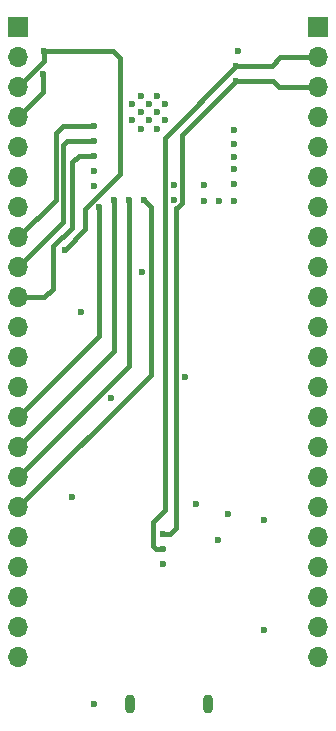
<source format=gbr>
%TF.GenerationSoftware,KiCad,Pcbnew,8.0.8*%
%TF.CreationDate,2025-02-25T12:41:36-05:00*%
%TF.ProjectId,pcb1,70636231-2e6b-4696-9361-645f70636258,rev?*%
%TF.SameCoordinates,Original*%
%TF.FileFunction,Copper,L2,Inr*%
%TF.FilePolarity,Positive*%
%FSLAX46Y46*%
G04 Gerber Fmt 4.6, Leading zero omitted, Abs format (unit mm)*
G04 Created by KiCad (PCBNEW 8.0.8) date 2025-02-25 12:41:36*
%MOMM*%
%LPD*%
G01*
G04 APERTURE LIST*
%TA.AperFunction,ComponentPad*%
%ADD10O,0.900000X1.600000*%
%TD*%
%TA.AperFunction,HeatsinkPad*%
%ADD11C,0.600000*%
%TD*%
%TA.AperFunction,ComponentPad*%
%ADD12R,1.700000X1.700000*%
%TD*%
%TA.AperFunction,ComponentPad*%
%ADD13O,1.700000X1.700000*%
%TD*%
%TA.AperFunction,ViaPad*%
%ADD14C,0.600000*%
%TD*%
%TA.AperFunction,Conductor*%
%ADD15C,0.381000*%
%TD*%
G04 APERTURE END LIST*
D10*
%TO.N,GND*%
%TO.C,J1*%
X111060000Y-97930000D03*
X117660000Y-97930000D03*
%TD*%
D11*
%TO.N,GND*%
%TO.C,U1*%
X111273000Y-47099000D03*
X111273000Y-48499000D03*
X111973000Y-46399000D03*
X111973000Y-47799000D03*
X111973000Y-49199000D03*
X112673000Y-47099000D03*
X112673000Y-48499000D03*
X113373000Y-46399000D03*
X113373000Y-47799000D03*
X113373000Y-49199000D03*
X114073000Y-47099000D03*
X114073000Y-48499000D03*
%TD*%
D12*
%TO.N,GND*%
%TO.C,J3*%
X127000000Y-40640000D03*
D13*
%TO.N,/U0TXD*%
X127000000Y-43180000D03*
%TO.N,/U0RXD*%
X127000000Y-45720000D03*
%TO.N,/GPIO1*%
X127000000Y-48260000D03*
%TO.N,/GPIO2*%
X127000000Y-50800000D03*
%TO.N,/GPIO42*%
X127000000Y-53340000D03*
%TO.N,/GPIO41*%
X127000000Y-55880000D03*
%TO.N,/GPIO40*%
X127000000Y-58420000D03*
%TO.N,/GPIO39*%
X127000000Y-60960000D03*
%TO.N,/GPIO38*%
X127000000Y-63500000D03*
%TO.N,/GPIO37*%
X127000000Y-66040000D03*
%TO.N,/GPIO36*%
X127000000Y-68580000D03*
%TO.N,/GPIO35*%
X127000000Y-71120000D03*
%TO.N,/GPIO0*%
X127000000Y-73660000D03*
%TO.N,/GPIO45*%
X127000000Y-76200000D03*
%TO.N,/GPIO48*%
X127000000Y-78740000D03*
%TO.N,/GPIO47*%
X127000000Y-81280000D03*
%TO.N,/GPIO21*%
X127000000Y-83820000D03*
%TO.N,/GPIO20*%
X127000000Y-86360000D03*
%TO.N,/GPIO19*%
X127000000Y-88900000D03*
%TO.N,GND*%
X127000000Y-91440000D03*
X127000000Y-93980000D03*
%TD*%
D12*
%TO.N,ESP_3V3*%
%TO.C,J2*%
X101600000Y-40640000D03*
D13*
X101600000Y-43180000D03*
%TO.N,/CHIP_PU*%
X101600000Y-45720000D03*
%TO.N,/GPIO4*%
X101600000Y-48260000D03*
%TO.N,/GPIO5*%
X101600000Y-50800000D03*
%TO.N,/GPIO6*%
X101600000Y-53340000D03*
%TO.N,/GPIO7*%
X101600000Y-55880000D03*
%TO.N,/GPIO15*%
X101600000Y-58420000D03*
%TO.N,/GPIO16*%
X101600000Y-60960000D03*
%TO.N,/GPIO17*%
X101600000Y-63500000D03*
%TO.N,/GPIO18*%
X101600000Y-66040000D03*
%TO.N,/GPIO8*%
X101600000Y-68580000D03*
%TO.N,/GPIO3*%
X101600000Y-71120000D03*
%TO.N,/GPIO46*%
X101600000Y-73660000D03*
%TO.N,/GPIO9*%
X101600000Y-76200000D03*
%TO.N,/GPIO10*%
X101600000Y-78740000D03*
%TO.N,/GPIO11*%
X101600000Y-81280000D03*
%TO.N,/GPIO12*%
X101600000Y-83820000D03*
%TO.N,/GPIO13*%
X101600000Y-86360000D03*
%TO.N,/GPIO14*%
X101600000Y-88900000D03*
%TO.N,VCC_5V*%
X101600000Y-91440000D03*
%TO.N,GND*%
X101600000Y-93980000D03*
%TD*%
D14*
%TO.N,VCC_5V*%
X106172000Y-80416400D03*
%TO.N,+3V3*%
X113850000Y-86100000D03*
X109450000Y-72050000D03*
X116700000Y-81000000D03*
X115740500Y-70250000D03*
%TO.N,/CHIP_PU*%
X105592500Y-59438008D03*
X103835200Y-42621200D03*
%TO.N,VBUS*%
X108000000Y-97900000D03*
%TO.N,/GPIO17*%
X108051600Y-51509000D03*
%TO.N,/GPIO10*%
X110998000Y-55270400D03*
%TO.N,/GPIO13*%
X114808000Y-55219600D03*
%TO.N,ESP_3V3*%
X106934000Y-64770000D03*
X112115600Y-61366400D03*
%TO.N,/GPIO18*%
X108051600Y-52779000D03*
%TO.N,/GPIO16*%
X108051600Y-50239000D03*
%TO.N,/GPIO14*%
X117348000Y-53949600D03*
%TO.N,/GPIO12*%
X114800000Y-54000000D03*
%TO.N,/GPIO46*%
X108458000Y-55829200D03*
%TO.N,/GPIO9*%
X109728000Y-55270400D03*
%TO.N,/GPIO15*%
X108051600Y-48969000D03*
%TO.N,/GPIO8*%
X108051600Y-54049000D03*
%TO.N,/GPIO11*%
X112268000Y-55270400D03*
%TO.N,/GPIO4*%
X103739258Y-44557258D03*
%TO.N,/GPIO2*%
X120190600Y-42619000D03*
%TO.N,/GPIO38*%
X119888000Y-49352200D03*
%TO.N,/GPIO36*%
X119888000Y-51587400D03*
%TO.N,/GPIO21*%
X117348000Y-55295800D03*
%TO.N,/GPIO37*%
X119888000Y-50469800D03*
%TO.N,/GPIO35*%
X119913400Y-52654200D03*
%TO.N,/U0RXD*%
X113850000Y-83550000D03*
%TO.N,/U0TXD*%
X120091200Y-43891200D03*
%TO.N,/GPIO48*%
X119888000Y-55295800D03*
%TO.N,/GPIO45*%
X119913400Y-53898800D03*
%TO.N,/GPIO47*%
X118618000Y-55295800D03*
%TO.N,/U0TXD*%
X113850000Y-84800000D03*
%TO.N,/U0RXD*%
X120091200Y-45161200D03*
%TO.N,Net-(Q1-B)*%
X122428000Y-91694000D03*
X122428000Y-82346800D03*
%TO.N,Net-(Q1-E)*%
X119380000Y-81838800D03*
X118516400Y-84074000D03*
%TD*%
D15*
%TO.N,/U0RXD*%
X123161200Y-45161200D02*
X120091200Y-45161200D01*
X123720000Y-45720000D02*
X123161200Y-45161200D01*
X127000000Y-45720000D02*
X123720000Y-45720000D01*
%TO.N,/U0TXD*%
X123820000Y-43180000D02*
X127000000Y-43180000D01*
X123108800Y-43891200D02*
X123820000Y-43180000D01*
X120091200Y-43891200D02*
X123108800Y-43891200D01*
X113000000Y-84500000D02*
X113300000Y-84800000D01*
X113000000Y-82500000D02*
X113000000Y-84500000D01*
X114000000Y-81500000D02*
X113000000Y-82500000D01*
X114000000Y-49982400D02*
X114000000Y-81500000D01*
X113300000Y-84800000D02*
X113850000Y-84800000D01*
X120091200Y-43891200D02*
X114000000Y-49982400D01*
%TO.N,/U0RXD*%
X115500000Y-49752400D02*
X120091200Y-45161200D01*
X115500000Y-53720485D02*
X115500000Y-49752400D01*
X115498500Y-53721985D02*
X115500000Y-53720485D01*
X115000000Y-55910100D02*
X115094015Y-55910100D01*
X115498500Y-55505615D02*
X115498500Y-53721985D01*
X115000000Y-83000000D02*
X115000000Y-55910100D01*
X114450000Y-83550000D02*
X115000000Y-83000000D01*
X115094015Y-55910100D02*
X115498500Y-55505615D01*
X113850000Y-83550000D02*
X114450000Y-83550000D01*
%TO.N,/CHIP_PU*%
X105592500Y-59438008D02*
X107300000Y-57730508D01*
X110236000Y-53034000D02*
X110236000Y-43236000D01*
X103835200Y-43484800D02*
X103835200Y-42621200D01*
X109621200Y-42621200D02*
X103835200Y-42621200D01*
X107300000Y-57730508D02*
X107300000Y-55970000D01*
X101600000Y-45720000D02*
X103835200Y-43484800D01*
X107300000Y-55970000D02*
X110236000Y-53034000D01*
X110236000Y-43236000D02*
X109621200Y-42621200D01*
%TO.N,/GPIO17*%
X104580000Y-62755200D02*
X103835200Y-63500000D01*
X106172000Y-57578000D02*
X104580000Y-59170000D01*
X106172000Y-52070000D02*
X106172000Y-57578000D01*
X108051600Y-51509000D02*
X106733000Y-51509000D01*
X103835200Y-63500000D02*
X101600000Y-63500000D01*
X106733000Y-51509000D02*
X106172000Y-52070000D01*
X104580000Y-59170000D02*
X104580000Y-62755200D01*
%TO.N,/GPIO10*%
X110998000Y-55270400D02*
X110998000Y-69342000D01*
X110998000Y-69342000D02*
X101600000Y-78740000D01*
%TO.N,/GPIO16*%
X105767800Y-50239000D02*
X105410000Y-50596800D01*
X105410000Y-57150000D02*
X101600000Y-60960000D01*
X105410000Y-50596800D02*
X105410000Y-57150000D01*
X108051600Y-50239000D02*
X105767800Y-50239000D01*
%TO.N,/GPIO46*%
X108458000Y-55829200D02*
X108458000Y-66802000D01*
X108458000Y-66802000D02*
X101600000Y-73660000D01*
%TO.N,/GPIO9*%
X109728000Y-68072000D02*
X101600000Y-76200000D01*
X109728000Y-55270400D02*
X109728000Y-68072000D01*
%TO.N,/GPIO15*%
X105412200Y-48969000D02*
X108051600Y-48969000D01*
X104800400Y-55219600D02*
X104800400Y-49580800D01*
X104800400Y-49580800D02*
X105412200Y-48969000D01*
X101600000Y-58420000D02*
X104800400Y-55219600D01*
%TO.N,/GPIO11*%
X112826800Y-70053200D02*
X101600000Y-81280000D01*
X112268000Y-55270400D02*
X112826800Y-55829200D01*
X112826800Y-55829200D02*
X112826800Y-70053200D01*
%TO.N,/GPIO4*%
X101600000Y-48260000D02*
X103739258Y-46120742D01*
X103739258Y-46120742D02*
X103739258Y-44557258D01*
%TD*%
M02*

</source>
